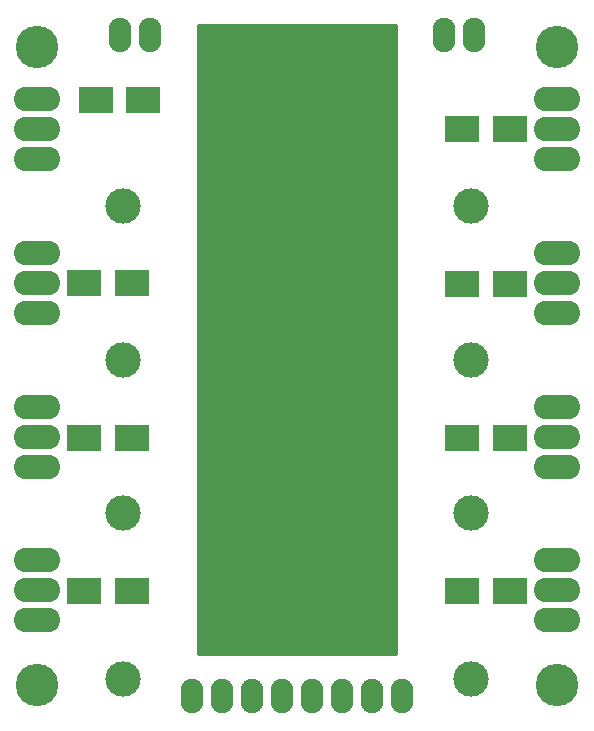
<source format=gbr>
G04 #@! TF.FileFunction,Soldermask,Top*
%FSLAX46Y46*%
G04 Gerber Fmt 4.6, Leading zero omitted, Abs format (unit mm)*
G04 Created by KiCad (PCBNEW 4.0.4-stable) date 08/22/17 11:56:14*
%MOMM*%
%LPD*%
G01*
G04 APERTURE LIST*
%ADD10C,0.100000*%
%ADD11O,3.900120X2.099260*%
%ADD12C,4.199840*%
%ADD13C,3.000000*%
%ADD14C,3.600000*%
%ADD15O,1.920000X2.920000*%
%ADD16R,2.900000X2.200000*%
%ADD17C,0.254000*%
G04 APERTURE END LIST*
D10*
D11*
X177000000Y-80000000D03*
X177000000Y-82540000D03*
X177000000Y-77460000D03*
D12*
X159236000Y-80000000D03*
D11*
X133000000Y-80000000D03*
X133000000Y-77460000D03*
X133000000Y-82540000D03*
D12*
X150764000Y-80000000D03*
D13*
X169750000Y-86500000D03*
X169750000Y-99500000D03*
X169750000Y-112500000D03*
X169750000Y-126500000D03*
X140250000Y-126500000D03*
X140250000Y-112500000D03*
X140250000Y-99500000D03*
D14*
X133000000Y-127000000D03*
X177000000Y-127000000D03*
X177000000Y-73000000D03*
D15*
X140000000Y-72000000D03*
X142540000Y-72000000D03*
X170000000Y-72000000D03*
X167460000Y-72000000D03*
D14*
X133000000Y-73000000D03*
D13*
X140250000Y-86500000D03*
D11*
X177000000Y-119000000D03*
X177000000Y-121540000D03*
X177000000Y-116460000D03*
D12*
X159236000Y-119000000D03*
D11*
X177000000Y-106000000D03*
X177000000Y-108540000D03*
X177000000Y-103460000D03*
D12*
X159236000Y-106000000D03*
D11*
X177000000Y-93000000D03*
X177000000Y-95540000D03*
X177000000Y-90460000D03*
D12*
X159236000Y-93000000D03*
D11*
X133000000Y-93000000D03*
X133000000Y-90460000D03*
X133000000Y-95540000D03*
D12*
X150764000Y-93000000D03*
D11*
X133000000Y-106000000D03*
X133000000Y-103460000D03*
X133000000Y-108540000D03*
D12*
X150764000Y-106000000D03*
D11*
X133000000Y-119000000D03*
X133000000Y-116460000D03*
X133000000Y-121540000D03*
D12*
X150764000Y-119000000D03*
D15*
X146100000Y-128000000D03*
X148640000Y-128000000D03*
X151180000Y-128000000D03*
X153720000Y-128000000D03*
X156260000Y-128000000D03*
X158800000Y-128000000D03*
X161340000Y-128000000D03*
X163880000Y-128000000D03*
D16*
X173000000Y-119100000D03*
X169000000Y-119100000D03*
X173000000Y-106100000D03*
X169000000Y-106100000D03*
X173000000Y-93100000D03*
X169000000Y-93100000D03*
X173000000Y-80000000D03*
X169000000Y-80000000D03*
X138000000Y-77500000D03*
X142000000Y-77500000D03*
X137000000Y-93000000D03*
X141000000Y-93000000D03*
X137000000Y-106100000D03*
X141000000Y-106100000D03*
X137000000Y-119100000D03*
X141000000Y-119100000D03*
D17*
G36*
X163373000Y-124373000D02*
X146627000Y-124373000D01*
X146627000Y-71127000D01*
X163373000Y-71127000D01*
X163373000Y-124373000D01*
X163373000Y-124373000D01*
G37*
X163373000Y-124373000D02*
X146627000Y-124373000D01*
X146627000Y-71127000D01*
X163373000Y-71127000D01*
X163373000Y-124373000D01*
M02*

</source>
